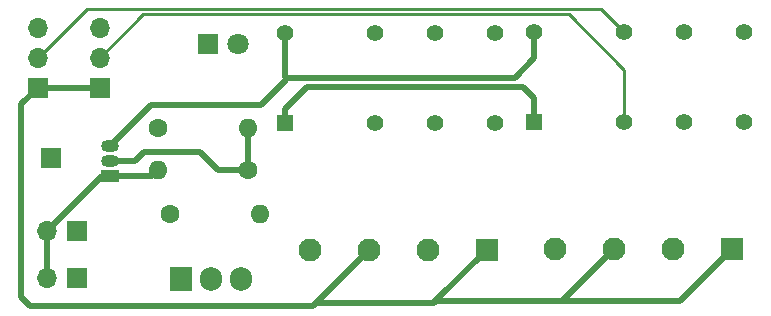
<source format=gbr>
%TF.GenerationSoftware,KiCad,Pcbnew,7.0.9*%
%TF.CreationDate,2024-06-09T17:27:21-04:00*%
%TF.ProjectId,PedalboardMain,50656461-6c62-46f6-9172-644d61696e2e,rev?*%
%TF.SameCoordinates,Original*%
%TF.FileFunction,Copper,L2,Bot*%
%TF.FilePolarity,Positive*%
%FSLAX46Y46*%
G04 Gerber Fmt 4.6, Leading zero omitted, Abs format (unit mm)*
G04 Created by KiCad (PCBNEW 7.0.9) date 2024-06-09 17:27:21*
%MOMM*%
%LPD*%
G01*
G04 APERTURE LIST*
%TA.AperFunction,ComponentPad*%
%ADD10R,1.950000X1.950000*%
%TD*%
%TA.AperFunction,ComponentPad*%
%ADD11C,1.950000*%
%TD*%
%TA.AperFunction,ComponentPad*%
%ADD12C,1.400000*%
%TD*%
%TA.AperFunction,ComponentPad*%
%ADD13R,1.400000X1.400000*%
%TD*%
%TA.AperFunction,ComponentPad*%
%ADD14C,1.600000*%
%TD*%
%TA.AperFunction,ComponentPad*%
%ADD15O,1.600000X1.600000*%
%TD*%
%TA.AperFunction,ComponentPad*%
%ADD16R,1.500000X1.050000*%
%TD*%
%TA.AperFunction,ComponentPad*%
%ADD17O,1.500000X1.050000*%
%TD*%
%TA.AperFunction,ComponentPad*%
%ADD18R,1.800000X1.800000*%
%TD*%
%TA.AperFunction,ComponentPad*%
%ADD19C,1.800000*%
%TD*%
%TA.AperFunction,ComponentPad*%
%ADD20R,1.700000X1.700000*%
%TD*%
%TA.AperFunction,ComponentPad*%
%ADD21O,1.700000X1.700000*%
%TD*%
%TA.AperFunction,ComponentPad*%
%ADD22R,1.905000X2.000000*%
%TD*%
%TA.AperFunction,ComponentPad*%
%ADD23O,1.905000X2.000000*%
%TD*%
%TA.AperFunction,Conductor*%
%ADD24C,0.500000*%
%TD*%
%TA.AperFunction,Conductor*%
%ADD25C,0.250000*%
%TD*%
G04 APERTURE END LIST*
D10*
%TO.P,J5,1,Pin_1*%
%TO.N,/Signal_Gnd*%
X183800000Y-97700000D03*
D11*
%TO.P,J5,2,Pin_2*%
%TO.N,/R_send*%
X178800000Y-97700000D03*
%TO.P,J5,3,Pin_3*%
%TO.N,/Signal_Gnd*%
X173800000Y-97700000D03*
%TO.P,J5,4,Pin_4*%
%TO.N,/L_Send*%
X168800000Y-97700000D03*
%TD*%
D12*
%TO.P,Right1,16*%
%TO.N,Net-(QL1-D)*%
X145942500Y-79442500D03*
%TO.P,Right1,13*%
%TO.N,/R_in*%
X153562500Y-79442500D03*
%TO.P,Right1,11*%
%TO.N,Net-(Right1-Pad11)*%
X158642500Y-79442500D03*
%TO.P,Right1,9*%
%TO.N,/R_send*%
X163722500Y-79442500D03*
%TO.P,Right1,8*%
%TO.N,/R_Return*%
X163722500Y-87062500D03*
%TO.P,Right1,6*%
%TO.N,Net-(Right1-Pad11)*%
X158642500Y-87062500D03*
%TO.P,Right1,4*%
%TO.N,/R_out*%
X153562500Y-87062500D03*
D13*
%TO.P,Right1,1*%
%TO.N,/5V*%
X145942500Y-87062500D03*
%TD*%
D10*
%TO.P,J4,1,Pin_1*%
%TO.N,/Signal_Gnd*%
X163000000Y-97800000D03*
D11*
%TO.P,J4,2,Pin_2*%
%TO.N,/R_Return*%
X158000000Y-97800000D03*
%TO.P,J4,3,Pin_3*%
%TO.N,/Signal_Gnd*%
X153000000Y-97800000D03*
%TO.P,J4,4,Pin_4*%
%TO.N,/L_Return*%
X148000000Y-97800000D03*
%TD*%
D14*
%TO.P,LeftPD1,1*%
%TO.N,Net-(QL1-G)*%
X142810000Y-91000000D03*
D15*
%TO.P,LeftPD1,2*%
%TO.N,/Ctrl_GND*%
X135190000Y-91000000D03*
%TD*%
D16*
%TO.P,QL1,1,S*%
%TO.N,/Ctrl_GND*%
X131110000Y-91520000D03*
D17*
%TO.P,QL1,2,G*%
%TO.N,Net-(QL1-G)*%
X131110000Y-90250000D03*
%TO.P,QL1,3,D*%
%TO.N,Net-(QL1-D)*%
X131110000Y-88980000D03*
%TD*%
D18*
%TO.P,D1,1,K*%
%TO.N,/Ctrl_GND*%
X139425000Y-80400000D03*
D19*
%TO.P,D1,2,A*%
%TO.N,Net-(D1-A)*%
X141965000Y-80400000D03*
%TD*%
D20*
%TO.P,J3,1,Pin_1*%
%TO.N,/9V*%
X128275000Y-96200000D03*
D21*
%TO.P,J3,2,Pin_2*%
%TO.N,/Ctrl_GND*%
X125735000Y-96200000D03*
%TD*%
D14*
%TO.P,RLed1,1*%
%TO.N,/Control*%
X136190000Y-94750000D03*
D15*
%TO.P,RLed1,2*%
%TO.N,Net-(D1-A)*%
X143810000Y-94750000D03*
%TD*%
D13*
%TO.P,Left/Mono1,1*%
%TO.N,/5V*%
X167042500Y-86962500D03*
D12*
%TO.P,Left/Mono1,4*%
%TO.N,/L_out*%
X174662500Y-86962500D03*
%TO.P,Left/Mono1,6*%
%TO.N,Net-(Left/Mono1-Pad11)*%
X179742500Y-86962500D03*
%TO.P,Left/Mono1,8*%
%TO.N,/L_Return*%
X184822500Y-86962500D03*
%TO.P,Left/Mono1,9*%
%TO.N,/L_Send*%
X184822500Y-79342500D03*
%TO.P,Left/Mono1,11*%
%TO.N,Net-(Left/Mono1-Pad11)*%
X179742500Y-79342500D03*
%TO.P,Left/Mono1,13*%
%TO.N,/L_in*%
X174662500Y-79342500D03*
%TO.P,Left/Mono1,16*%
%TO.N,Net-(QL1-D)*%
X167042500Y-79342500D03*
%TD*%
D22*
%TO.P,U1,1,IN*%
%TO.N,/9V*%
X137160000Y-100245000D03*
D23*
%TO.P,U1,2,GND*%
%TO.N,/Ctrl_GND*%
X139700000Y-100245000D03*
%TO.P,U1,3,OUT*%
%TO.N,/5V*%
X142240000Y-100245000D03*
%TD*%
D20*
%TO.P,In1,1,Pin_1*%
%TO.N,/Signal_Gnd*%
X125000000Y-84080000D03*
D21*
%TO.P,In1,2,Pin_2*%
%TO.N,/L_in*%
X125000000Y-81540000D03*
%TO.P,In1,3,Pin_3*%
%TO.N,/R_in*%
X125000000Y-79000000D03*
%TD*%
D20*
%TO.P,J1,1,Pin_1*%
%TO.N,/Control*%
X126100000Y-90000000D03*
%TD*%
D14*
%TO.P,LGate1,1*%
%TO.N,/Control*%
X135190000Y-87500000D03*
D15*
%TO.P,LGate1,2*%
%TO.N,Net-(QL1-G)*%
X142810000Y-87500000D03*
%TD*%
D20*
%TO.P,J2,1,Pin_1*%
%TO.N,/9V*%
X128275000Y-100200000D03*
D21*
%TO.P,J2,2,Pin_2*%
%TO.N,/Ctrl_GND*%
X125735000Y-100200000D03*
%TD*%
D20*
%TO.P,Out1,1,Pin_1*%
%TO.N,/Signal_Gnd*%
X130250000Y-84080000D03*
D21*
%TO.P,Out1,2,Pin_2*%
%TO.N,/L_out*%
X130250000Y-81540000D03*
%TO.P,Out1,3,Pin_3*%
%TO.N,/R_out*%
X130250000Y-79000000D03*
%TD*%
D24*
%TO.N,/Signal_Gnd*%
X179400000Y-102100000D02*
X183800000Y-97700000D01*
X168400000Y-102100000D02*
X179400000Y-102100000D01*
X169400000Y-102100000D02*
X173800000Y-97700000D01*
X166600000Y-102100000D02*
X168400000Y-102100000D01*
X168400000Y-102100000D02*
X169400000Y-102100000D01*
%TO.N,/5V*%
X166100000Y-84000000D02*
X167042500Y-84942500D01*
X167042500Y-84942500D02*
X167042500Y-86962500D01*
X147805000Y-84000000D02*
X145942500Y-85862500D01*
X166100000Y-84000000D02*
X147805000Y-84000000D01*
X145942500Y-85862500D02*
X145942500Y-87062500D01*
%TO.N,Net-(QL1-D)*%
X167042500Y-81557500D02*
X167042500Y-79342500D01*
X165400000Y-83200000D02*
X167042500Y-81557500D01*
X146000000Y-83200000D02*
X165400000Y-83200000D01*
X145942500Y-79442500D02*
X145942500Y-83142500D01*
X145942500Y-83142500D02*
X146000000Y-83200000D01*
D25*
%TO.N,/L_out*%
X174662500Y-82562500D02*
X174662500Y-86962500D01*
X133940000Y-77850000D02*
X169950000Y-77850000D01*
X130250000Y-81540000D02*
X133940000Y-77850000D01*
X169950000Y-77850000D02*
X174662500Y-82562500D01*
%TO.N,/L_in*%
X172720000Y-77400000D02*
X174662500Y-79342500D01*
X129140000Y-77400000D02*
X172720000Y-77400000D01*
X125000000Y-81540000D02*
X129140000Y-77400000D01*
D24*
%TO.N,Net-(QL1-D)*%
X146000000Y-83400000D02*
X146000000Y-83200000D01*
X143900000Y-85500000D02*
X146000000Y-83400000D01*
X131110000Y-88980000D02*
X134590000Y-85500000D01*
X134590000Y-85500000D02*
X143900000Y-85500000D01*
%TO.N,/Signal_Gnd*%
X158700000Y-102100000D02*
X166600000Y-102100000D01*
X158650000Y-102150000D02*
X163000000Y-97800000D01*
X158650000Y-102150000D02*
X158700000Y-102100000D01*
X158550000Y-102250000D02*
X158650000Y-102150000D01*
X148550000Y-102250000D02*
X158550000Y-102250000D01*
X148550000Y-102250000D02*
X153000000Y-97800000D01*
X148300000Y-102500000D02*
X148550000Y-102250000D01*
X125000000Y-84080000D02*
X130250000Y-84080000D01*
X123600000Y-85480000D02*
X125000000Y-84080000D01*
X123600000Y-101800000D02*
X124300000Y-102500000D01*
X123600000Y-85480000D02*
X123600000Y-101800000D01*
X124300000Y-102500000D02*
X148300000Y-102500000D01*
%TO.N,/Ctrl_GND*%
X130415000Y-91520000D02*
X125735000Y-96200000D01*
X131110000Y-91520000D02*
X130415000Y-91520000D01*
X131110000Y-91520000D02*
X134670000Y-91520000D01*
X134670000Y-91520000D02*
X135190000Y-91000000D01*
X125735000Y-96200000D02*
X125735000Y-100200000D01*
%TO.N,Net-(QL1-G)*%
X140250000Y-91000000D02*
X142810000Y-91000000D01*
X138750000Y-89500000D02*
X140250000Y-91000000D01*
X142810000Y-87500000D02*
X142810000Y-91000000D01*
X133250000Y-90250000D02*
X134000000Y-89500000D01*
X131110000Y-90250000D02*
X133250000Y-90250000D01*
X134000000Y-89500000D02*
X138750000Y-89500000D01*
%TD*%
M02*

</source>
